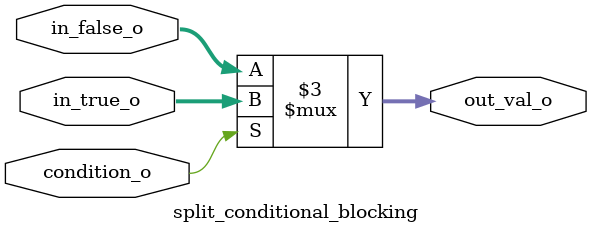
<source format=sv>
module split_conditional_blocking (
    input logic condition_o,
    input logic [7:0] in_false_o,
    input logic [7:0] in_true_o,
    output logic [7:0] out_val_o
);
    always @(*) begin
        if (condition_o) begin
            out_val_o = in_true_o;
        end else begin
            out_val_o = in_false_o;
        end
    end
endmodule


</source>
